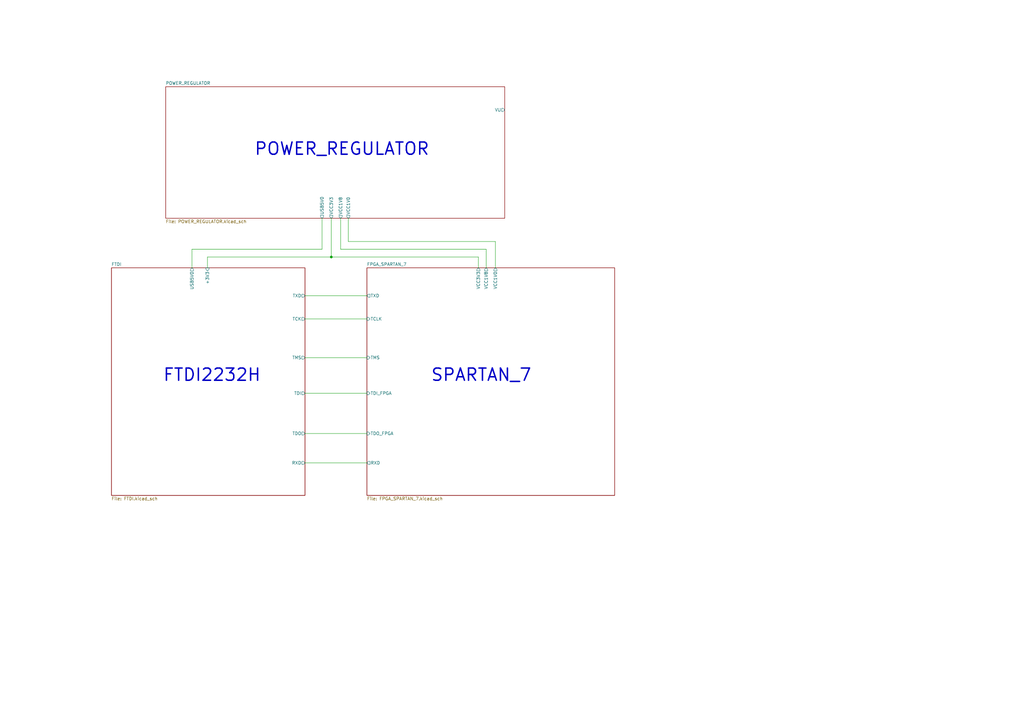
<source format=kicad_sch>
(kicad_sch (version 20230121) (generator eeschema)
  (paper "A3")
  (lib_symbols)
  (junction (at 135.89 105.41))
  (wire (pts (xy 125.095 146.685) (xy 150.495 146.685)))
  (wire (pts (xy 139.7 102.235) (xy 199.39 102.235)))
  (wire (pts (xy 135.89 89.535) (xy 135.89 105.41)))
  (wire (pts (xy 78.74 102.235) (xy 78.74 109.855)))
  (wire (pts (xy 139.7 89.535) (xy 139.7 102.235)))
  (wire (pts (xy 125.095 177.8) (xy 150.495 177.8)))
  (wire (pts (xy 125.095 161.29) (xy 150.495 161.29)))
  (wire (pts (xy 135.89 105.41) (xy 196.215 105.41)))
  (wire (pts (xy 199.39 102.235) (xy 199.39 109.855)))
  (wire (pts (xy 132.08 102.235) (xy 78.74 102.235)))
  (wire (pts (xy 135.89 105.41) (xy 85.09 105.41)))
  (wire (pts (xy 142.875 99.06) (xy 203.2 99.06)))
  (wire (pts (xy 203.2 99.06) (xy 203.2 109.855)))
  (wire (pts (xy 125.095 130.81) (xy 150.495 130.81)))
  (wire (pts (xy 196.215 105.41) (xy 196.215 109.855)))
  (wire (pts (xy 132.08 89.535) (xy 132.08 102.235)))
  (wire (pts (xy 85.09 105.41) (xy 85.09 109.855)))
  (wire (pts (xy 125.095 189.865) (xy 150.495 189.865)))
  (wire (pts (xy 142.875 89.535) (xy 142.875 99.06)))
  (wire (pts (xy 125.095 121.285) (xy 150.495 121.285)))
  (text "FTDI2232H\n" (at 66.675 156.845 0) (effects (font (size 5 5) (thickness 0.6) bold) (justify left bottom)))
  (text "SPARTAN_7\n" (at 176.53 156.845 0) (effects (font (size 5 5) (thickness 0.6) bold) (justify left bottom)))
  (text "POWER_REGULATOR\n" (at 104.14 64.135 0) (effects (font (size 5 5) (thickness 0.6) bold) (justify left bottom)))
  (sheet (at 67.945 35.56) (size 139.065 53.975) (stroke (width 0.1524))
    (property "Sheetname" "POWER_REGULATOR" (at 67.945 34.8484 0) (effects (justify left bottom)))
    (property "Sheetfile" "POWER_REGULATOR.kicad_sch" (at 67.945 90.1196 0) (effects (justify left top)))
    (pin "VCC1V0" output (at 142.875 89.535 270))
    (pin "VCC1V8" output (at 139.7 89.535 270))
    (pin "VCC3V3" output (at 135.89 89.535 270))
    (pin "VU" output (at 207.01 45.085 0))
    (pin "USB5V0" output (at 132.08 89.535 270))
  )
  (sheet (at 150.495 109.855) (size 101.6 93.345) (stroke (width 0.1524))
    (property "Sheetname" "FPGA_SPARTAN_7" (at 150.495 109.1434 0) (effects (justify left bottom)))
    (property "Sheetfile" "FPGA_SPARTAN_7.kicad_sch" (at 150.495 203.7846 0) (effects (justify left top)))
    (pin "TDI_FPGA" input (at 150.495 161.29 180))
    (pin "TMS" input (at 150.495 146.685 180))
    (pin "TCLK" input (at 150.495 130.81 180))
    (pin "TDO_FPGA" input (at 150.495 177.8 180))
    (pin "VCC1V8" output (at 199.39 109.855 90))
    (pin "VCC1V0" output (at 203.2 109.855 90))
    (pin "VCC3V3" output (at 196.215 109.855 90))
    (pin "TXD" output (at 150.495 121.285 180))
    (pin "RXD" output (at 150.495 189.865 180))
  )
  (sheet (at 45.72 109.855) (size 79.375 93.345) (stroke (width 0.1524))
    (property "Sheetname" "FTDI" (at 45.72 109.1434 0) (effects (justify left bottom)))
    (property "Sheetfile" "FTDI.kicad_sch" (at 45.72 203.7846 0) (effects (justify left top)))
    (pin "TMS" output (at 125.095 146.685 0))
    (pin "TDO" output (at 125.095 177.8 0))
    (pin "TDI" output (at 125.095 161.29 0))
    (pin "TCK" output (at 125.095 130.81 0))
    (pin "+3V3" input (at 85.09 109.855 90))
    (pin "USB5V0" output (at 78.74 109.855 90))
    (pin "TXD" output (at 125.095 121.285 0))
    (pin "RXD" output (at 125.095 189.865 0))
  )
)
</source>
